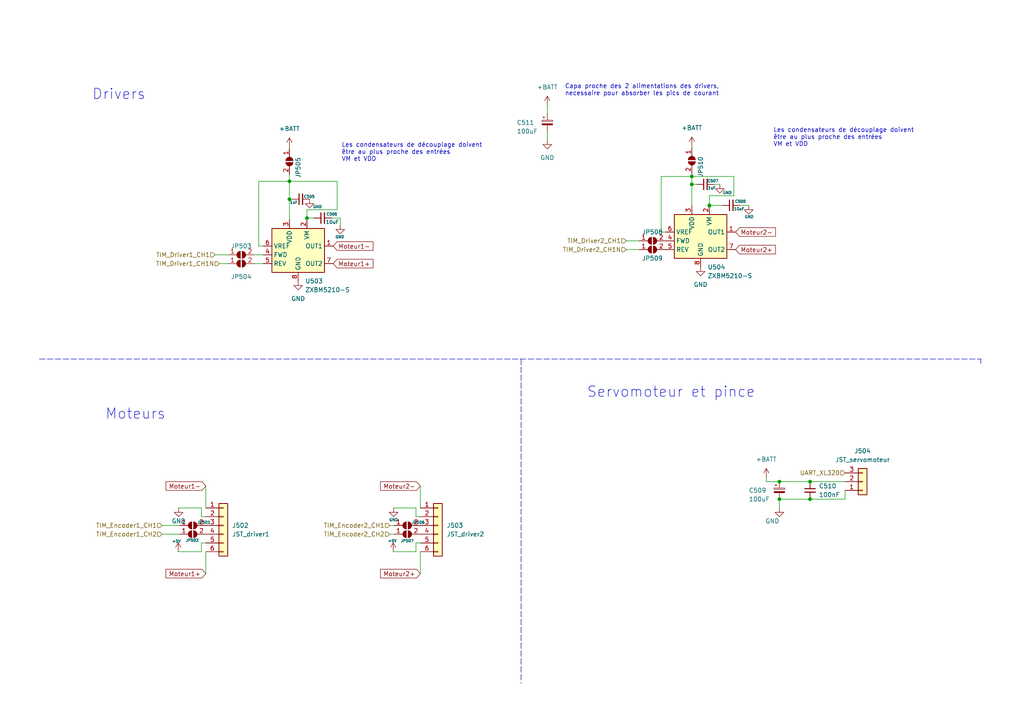
<source format=kicad_sch>
(kicad_sch (version 20211123) (generator eeschema)

  (uuid 612df67b-50d1-4314-aaa8-492795b394eb)

  (paper "A4")

  (title_block
    (title "Schéma projet Robot")
    (date "2022-10-04")
    (rev "Version 1.1")
  )

  (lib_symbols
    (symbol "Connector_Generic:Conn_01x03" (pin_names (offset 1.016) hide) (in_bom yes) (on_board yes)
      (property "Reference" "J" (id 0) (at 0 5.08 0)
        (effects (font (size 1.27 1.27)))
      )
      (property "Value" "Conn_01x03" (id 1) (at 0 -5.08 0)
        (effects (font (size 1.27 1.27)))
      )
      (property "Footprint" "" (id 2) (at 0 0 0)
        (effects (font (size 1.27 1.27)) hide)
      )
      (property "Datasheet" "~" (id 3) (at 0 0 0)
        (effects (font (size 1.27 1.27)) hide)
      )
      (property "ki_keywords" "connector" (id 4) (at 0 0 0)
        (effects (font (size 1.27 1.27)) hide)
      )
      (property "ki_description" "Generic connector, single row, 01x03, script generated (kicad-library-utils/schlib/autogen/connector/)" (id 5) (at 0 0 0)
        (effects (font (size 1.27 1.27)) hide)
      )
      (property "ki_fp_filters" "Connector*:*_1x??_*" (id 6) (at 0 0 0)
        (effects (font (size 1.27 1.27)) hide)
      )
      (symbol "Conn_01x03_1_1"
        (rectangle (start -1.27 -2.413) (end 0 -2.667)
          (stroke (width 0.1524) (type default) (color 0 0 0 0))
          (fill (type none))
        )
        (rectangle (start -1.27 0.127) (end 0 -0.127)
          (stroke (width 0.1524) (type default) (color 0 0 0 0))
          (fill (type none))
        )
        (rectangle (start -1.27 2.667) (end 0 2.413)
          (stroke (width 0.1524) (type default) (color 0 0 0 0))
          (fill (type none))
        )
        (rectangle (start -1.27 3.81) (end 1.27 -3.81)
          (stroke (width 0.254) (type default) (color 0 0 0 0))
          (fill (type background))
        )
        (pin passive line (at -5.08 2.54 0) (length 3.81)
          (name "Pin_1" (effects (font (size 1.27 1.27))))
          (number "1" (effects (font (size 1.27 1.27))))
        )
        (pin passive line (at -5.08 0 0) (length 3.81)
          (name "Pin_2" (effects (font (size 1.27 1.27))))
          (number "2" (effects (font (size 1.27 1.27))))
        )
        (pin passive line (at -5.08 -2.54 0) (length 3.81)
          (name "Pin_3" (effects (font (size 1.27 1.27))))
          (number "3" (effects (font (size 1.27 1.27))))
        )
      )
    )
    (symbol "Connector_Generic:Conn_01x06" (pin_names (offset 1.016) hide) (in_bom yes) (on_board yes)
      (property "Reference" "J" (id 0) (at 0 7.62 0)
        (effects (font (size 1.27 1.27)))
      )
      (property "Value" "Conn_01x06" (id 1) (at 0 -10.16 0)
        (effects (font (size 1.27 1.27)))
      )
      (property "Footprint" "" (id 2) (at 0 0 0)
        (effects (font (size 1.27 1.27)) hide)
      )
      (property "Datasheet" "~" (id 3) (at 0 0 0)
        (effects (font (size 1.27 1.27)) hide)
      )
      (property "ki_keywords" "connector" (id 4) (at 0 0 0)
        (effects (font (size 1.27 1.27)) hide)
      )
      (property "ki_description" "Generic connector, single row, 01x06, script generated (kicad-library-utils/schlib/autogen/connector/)" (id 5) (at 0 0 0)
        (effects (font (size 1.27 1.27)) hide)
      )
      (property "ki_fp_filters" "Connector*:*_1x??_*" (id 6) (at 0 0 0)
        (effects (font (size 1.27 1.27)) hide)
      )
      (symbol "Conn_01x06_1_1"
        (rectangle (start -1.27 -7.493) (end 0 -7.747)
          (stroke (width 0.1524) (type default) (color 0 0 0 0))
          (fill (type none))
        )
        (rectangle (start -1.27 -4.953) (end 0 -5.207)
          (stroke (width 0.1524) (type default) (color 0 0 0 0))
          (fill (type none))
        )
        (rectangle (start -1.27 -2.413) (end 0 -2.667)
          (stroke (width 0.1524) (type default) (color 0 0 0 0))
          (fill (type none))
        )
        (rectangle (start -1.27 0.127) (end 0 -0.127)
          (stroke (width 0.1524) (type default) (color 0 0 0 0))
          (fill (type none))
        )
        (rectangle (start -1.27 2.667) (end 0 2.413)
          (stroke (width 0.1524) (type default) (color 0 0 0 0))
          (fill (type none))
        )
        (rectangle (start -1.27 5.207) (end 0 4.953)
          (stroke (width 0.1524) (type default) (color 0 0 0 0))
          (fill (type none))
        )
        (rectangle (start -1.27 6.35) (end 1.27 -8.89)
          (stroke (width 0.254) (type default) (color 0 0 0 0))
          (fill (type background))
        )
        (pin passive line (at -5.08 5.08 0) (length 3.81)
          (name "Pin_1" (effects (font (size 1.27 1.27))))
          (number "1" (effects (font (size 1.27 1.27))))
        )
        (pin passive line (at -5.08 2.54 0) (length 3.81)
          (name "Pin_2" (effects (font (size 1.27 1.27))))
          (number "2" (effects (font (size 1.27 1.27))))
        )
        (pin passive line (at -5.08 0 0) (length 3.81)
          (name "Pin_3" (effects (font (size 1.27 1.27))))
          (number "3" (effects (font (size 1.27 1.27))))
        )
        (pin passive line (at -5.08 -2.54 0) (length 3.81)
          (name "Pin_4" (effects (font (size 1.27 1.27))))
          (number "4" (effects (font (size 1.27 1.27))))
        )
        (pin passive line (at -5.08 -5.08 0) (length 3.81)
          (name "Pin_5" (effects (font (size 1.27 1.27))))
          (number "5" (effects (font (size 1.27 1.27))))
        )
        (pin passive line (at -5.08 -7.62 0) (length 3.81)
          (name "Pin_6" (effects (font (size 1.27 1.27))))
          (number "6" (effects (font (size 1.27 1.27))))
        )
      )
    )
    (symbol "Device:C_Polarized_Small" (pin_numbers hide) (pin_names (offset 0.254) hide) (in_bom yes) (on_board yes)
      (property "Reference" "C" (id 0) (at 0.254 1.778 0)
        (effects (font (size 1.27 1.27)) (justify left))
      )
      (property "Value" "C_Polarized_Small" (id 1) (at 0.254 -2.032 0)
        (effects (font (size 1.27 1.27)) (justify left))
      )
      (property "Footprint" "" (id 2) (at 0 0 0)
        (effects (font (size 1.27 1.27)) hide)
      )
      (property "Datasheet" "~" (id 3) (at 0 0 0)
        (effects (font (size 1.27 1.27)) hide)
      )
      (property "ki_keywords" "cap capacitor" (id 4) (at 0 0 0)
        (effects (font (size 1.27 1.27)) hide)
      )
      (property "ki_description" "Polarized capacitor, small symbol" (id 5) (at 0 0 0)
        (effects (font (size 1.27 1.27)) hide)
      )
      (property "ki_fp_filters" "CP_*" (id 6) (at 0 0 0)
        (effects (font (size 1.27 1.27)) hide)
      )
      (symbol "C_Polarized_Small_0_1"
        (rectangle (start -1.524 -0.3048) (end 1.524 -0.6858)
          (stroke (width 0) (type default) (color 0 0 0 0))
          (fill (type outline))
        )
        (rectangle (start -1.524 0.6858) (end 1.524 0.3048)
          (stroke (width 0) (type default) (color 0 0 0 0))
          (fill (type none))
        )
        (polyline
          (pts
            (xy -1.27 1.524)
            (xy -0.762 1.524)
          )
          (stroke (width 0) (type default) (color 0 0 0 0))
          (fill (type none))
        )
        (polyline
          (pts
            (xy -1.016 1.27)
            (xy -1.016 1.778)
          )
          (stroke (width 0) (type default) (color 0 0 0 0))
          (fill (type none))
        )
      )
      (symbol "C_Polarized_Small_1_1"
        (pin passive line (at 0 2.54 270) (length 1.8542)
          (name "~" (effects (font (size 1.27 1.27))))
          (number "1" (effects (font (size 1.27 1.27))))
        )
        (pin passive line (at 0 -2.54 90) (length 1.8542)
          (name "~" (effects (font (size 1.27 1.27))))
          (number "2" (effects (font (size 1.27 1.27))))
        )
      )
    )
    (symbol "Device:C_Small" (pin_numbers hide) (pin_names (offset 0.254) hide) (in_bom yes) (on_board yes)
      (property "Reference" "C" (id 0) (at 0.254 1.778 0)
        (effects (font (size 1.27 1.27)) (justify left))
      )
      (property "Value" "C_Small" (id 1) (at 0.254 -2.032 0)
        (effects (font (size 1.27 1.27)) (justify left))
      )
      (property "Footprint" "" (id 2) (at 0 0 0)
        (effects (font (size 1.27 1.27)) hide)
      )
      (property "Datasheet" "~" (id 3) (at 0 0 0)
        (effects (font (size 1.27 1.27)) hide)
      )
      (property "ki_keywords" "capacitor cap" (id 4) (at 0 0 0)
        (effects (font (size 1.27 1.27)) hide)
      )
      (property "ki_description" "Unpolarized capacitor, small symbol" (id 5) (at 0 0 0)
        (effects (font (size 1.27 1.27)) hide)
      )
      (property "ki_fp_filters" "C_*" (id 6) (at 0 0 0)
        (effects (font (size 1.27 1.27)) hide)
      )
      (symbol "C_Small_0_1"
        (polyline
          (pts
            (xy -1.524 -0.508)
            (xy 1.524 -0.508)
          )
          (stroke (width 0.3302) (type default) (color 0 0 0 0))
          (fill (type none))
        )
        (polyline
          (pts
            (xy -1.524 0.508)
            (xy 1.524 0.508)
          )
          (stroke (width 0.3048) (type default) (color 0 0 0 0))
          (fill (type none))
        )
      )
      (symbol "C_Small_1_1"
        (pin passive line (at 0 2.54 270) (length 2.032)
          (name "~" (effects (font (size 1.27 1.27))))
          (number "1" (effects (font (size 1.27 1.27))))
        )
        (pin passive line (at 0 -2.54 90) (length 2.032)
          (name "~" (effects (font (size 1.27 1.27))))
          (number "2" (effects (font (size 1.27 1.27))))
        )
      )
    )
    (symbol "Driver_Motor:ZXBM5210-S" (in_bom yes) (on_board yes)
      (property "Reference" "U" (id 0) (at -7.62 8.89 0)
        (effects (font (size 1.27 1.27)))
      )
      (property "Value" "ZXBM5210-S" (id 1) (at 10.16 8.89 0)
        (effects (font (size 1.27 1.27)))
      )
      (property "Footprint" "Package_SO:SOIC-8_3.9x4.9mm_P1.27mm" (id 2) (at 1.27 -6.35 0)
        (effects (font (size 1.27 1.27)) hide)
      )
      (property "Datasheet" "https://www.diodes.com/assets/Datasheets/ZXBM5210.pdf" (id 3) (at 0 0 0)
        (effects (font (size 1.27 1.27)) hide)
      )
      (property "ki_keywords" "H-bridge, motor driver, PWM, single coil" (id 4) (at 0 0 0)
        (effects (font (size 1.27 1.27)) hide)
      )
      (property "ki_description" "Reversible DC motor drive with speed control, 3-18V, 0.85A, SOIC-8" (id 5) (at 0 0 0)
        (effects (font (size 1.27 1.27)) hide)
      )
      (property "ki_fp_filters" "SOIC*3.9x4.9mm*P1.27mm*" (id 6) (at 0 0 0)
        (effects (font (size 1.27 1.27)) hide)
      )
      (symbol "ZXBM5210-S_0_0"
        (pin output line (at 10.16 2.54 180) (length 2.54)
          (name "OUT1" (effects (font (size 1.27 1.27))))
          (number "1" (effects (font (size 1.27 1.27))))
        )
        (pin power_in line (at 2.54 10.16 270) (length 2.54)
          (name "VM" (effects (font (size 1.27 1.27))))
          (number "2" (effects (font (size 1.27 1.27))))
        )
        (pin power_in line (at -2.54 10.16 270) (length 2.54)
          (name "VDD" (effects (font (size 1.27 1.27))))
          (number "3" (effects (font (size 1.27 1.27))))
        )
        (pin input line (at -10.16 0 0) (length 2.54)
          (name "FWD" (effects (font (size 1.27 1.27))))
          (number "4" (effects (font (size 1.27 1.27))))
        )
        (pin input line (at -10.16 -2.54 0) (length 2.54)
          (name "REV" (effects (font (size 1.27 1.27))))
          (number "5" (effects (font (size 1.27 1.27))))
        )
        (pin input line (at -10.16 2.54 0) (length 2.54)
          (name "VREF" (effects (font (size 1.27 1.27))))
          (number "6" (effects (font (size 1.27 1.27))))
        )
        (pin output line (at 10.16 -2.54 180) (length 2.54)
          (name "OUT2" (effects (font (size 1.27 1.27))))
          (number "7" (effects (font (size 1.27 1.27))))
        )
        (pin power_in line (at 0 -7.62 90) (length 2.54)
          (name "GND" (effects (font (size 1.27 1.27))))
          (number "8" (effects (font (size 1.27 1.27))))
        )
      )
      (symbol "ZXBM5210-S_0_1"
        (rectangle (start -7.62 7.62) (end 7.62 -5.08)
          (stroke (width 0.254) (type default) (color 0 0 0 0))
          (fill (type background))
        )
      )
    )
    (symbol "Jumper:SolderJumper_2_Open" (pin_names (offset 0) hide) (in_bom yes) (on_board yes)
      (property "Reference" "JP" (id 0) (at 0 2.032 0)
        (effects (font (size 1.27 1.27)))
      )
      (property "Value" "SolderJumper_2_Open" (id 1) (at 0 -2.54 0)
        (effects (font (size 1.27 1.27)))
      )
      (property "Footprint" "" (id 2) (at 0 0 0)
        (effects (font (size 1.27 1.27)) hide)
      )
      (property "Datasheet" "~" (id 3) (at 0 0 0)
        (effects (font (size 1.27 1.27)) hide)
      )
      (property "ki_keywords" "solder jumper SPST" (id 4) (at 0 0 0)
        (effects (font (size 1.27 1.27)) hide)
      )
      (property "ki_description" "Solder Jumper, 2-pole, open" (id 5) (at 0 0 0)
        (effects (font (size 1.27 1.27)) hide)
      )
      (property "ki_fp_filters" "SolderJumper*Open*" (id 6) (at 0 0 0)
        (effects (font (size 1.27 1.27)) hide)
      )
      (symbol "SolderJumper_2_Open_0_1"
        (arc (start -0.254 1.016) (mid -1.27 0) (end -0.254 -1.016)
          (stroke (width 0) (type default) (color 0 0 0 0))
          (fill (type none))
        )
        (arc (start -0.254 1.016) (mid -1.27 0) (end -0.254 -1.016)
          (stroke (width 0) (type default) (color 0 0 0 0))
          (fill (type outline))
        )
        (polyline
          (pts
            (xy -0.254 1.016)
            (xy -0.254 -1.016)
          )
          (stroke (width 0) (type default) (color 0 0 0 0))
          (fill (type none))
        )
        (polyline
          (pts
            (xy 0.254 1.016)
            (xy 0.254 -1.016)
          )
          (stroke (width 0) (type default) (color 0 0 0 0))
          (fill (type none))
        )
        (arc (start 0.254 -1.016) (mid 1.27 0) (end 0.254 1.016)
          (stroke (width 0) (type default) (color 0 0 0 0))
          (fill (type none))
        )
        (arc (start 0.254 -1.016) (mid 1.27 0) (end 0.254 1.016)
          (stroke (width 0) (type default) (color 0 0 0 0))
          (fill (type outline))
        )
      )
      (symbol "SolderJumper_2_Open_1_1"
        (pin passive line (at -3.81 0 0) (length 2.54)
          (name "A" (effects (font (size 1.27 1.27))))
          (number "1" (effects (font (size 1.27 1.27))))
        )
        (pin passive line (at 3.81 0 180) (length 2.54)
          (name "B" (effects (font (size 1.27 1.27))))
          (number "2" (effects (font (size 1.27 1.27))))
        )
      )
    )
    (symbol "power:+5V" (power) (pin_names (offset 0)) (in_bom yes) (on_board yes)
      (property "Reference" "#PWR" (id 0) (at 0 -3.81 0)
        (effects (font (size 1.27 1.27)) hide)
      )
      (property "Value" "+5V" (id 1) (at 0 3.556 0)
        (effects (font (size 1.27 1.27)))
      )
      (property "Footprint" "" (id 2) (at 0 0 0)
        (effects (font (size 1.27 1.27)) hide)
      )
      (property "Datasheet" "" (id 3) (at 0 0 0)
        (effects (font (size 1.27 1.27)) hide)
      )
      (property "ki_keywords" "power-flag" (id 4) (at 0 0 0)
        (effects (font (size 1.27 1.27)) hide)
      )
      (property "ki_description" "Power symbol creates a global label with name \"+5V\"" (id 5) (at 0 0 0)
        (effects (font (size 1.27 1.27)) hide)
      )
      (symbol "+5V_0_1"
        (polyline
          (pts
            (xy -0.762 1.27)
            (xy 0 2.54)
          )
          (stroke (width 0) (type default) (color 0 0 0 0))
          (fill (type none))
        )
        (polyline
          (pts
            (xy 0 0)
            (xy 0 2.54)
          )
          (stroke (width 0) (type default) (color 0 0 0 0))
          (fill (type none))
        )
        (polyline
          (pts
            (xy 0 2.54)
            (xy 0.762 1.27)
          )
          (stroke (width 0) (type default) (color 0 0 0 0))
          (fill (type none))
        )
      )
      (symbol "+5V_1_1"
        (pin power_in line (at 0 0 90) (length 0) hide
          (name "+5V" (effects (font (size 1.27 1.27))))
          (number "1" (effects (font (size 1.27 1.27))))
        )
      )
    )
    (symbol "power:+BATT" (power) (pin_names (offset 0)) (in_bom yes) (on_board yes)
      (property "Reference" "#PWR" (id 0) (at 0 -3.81 0)
        (effects (font (size 1.27 1.27)) hide)
      )
      (property "Value" "+BATT" (id 1) (at 0 3.556 0)
        (effects (font (size 1.27 1.27)))
      )
      (property "Footprint" "" (id 2) (at 0 0 0)
        (effects (font (size 1.27 1.27)) hide)
      )
      (property "Datasheet" "" (id 3) (at 0 0 0)
        (effects (font (size 1.27 1.27)) hide)
      )
      (property "ki_keywords" "power-flag battery" (id 4) (at 0 0 0)
        (effects (font (size 1.27 1.27)) hide)
      )
      (property "ki_description" "Power symbol creates a global label with name \"+BATT\"" (id 5) (at 0 0 0)
        (effects (font (size 1.27 1.27)) hide)
      )
      (symbol "+BATT_0_1"
        (polyline
          (pts
            (xy -0.762 1.27)
            (xy 0 2.54)
          )
          (stroke (width 0) (type default) (color 0 0 0 0))
          (fill (type none))
        )
        (polyline
          (pts
            (xy 0 0)
            (xy 0 2.54)
          )
          (stroke (width 0) (type default) (color 0 0 0 0))
          (fill (type none))
        )
        (polyline
          (pts
            (xy 0 2.54)
            (xy 0.762 1.27)
          )
          (stroke (width 0) (type default) (color 0 0 0 0))
          (fill (type none))
        )
      )
      (symbol "+BATT_1_1"
        (pin power_in line (at 0 0 90) (length 0) hide
          (name "+BATT" (effects (font (size 1.27 1.27))))
          (number "1" (effects (font (size 1.27 1.27))))
        )
      )
    )
    (symbol "power:GND" (power) (pin_names (offset 0)) (in_bom yes) (on_board yes)
      (property "Reference" "#PWR" (id 0) (at 0 -6.35 0)
        (effects (font (size 1.27 1.27)) hide)
      )
      (property "Value" "GND" (id 1) (at 0 -3.81 0)
        (effects (font (size 1.27 1.27)))
      )
      (property "Footprint" "" (id 2) (at 0 0 0)
        (effects (font (size 1.27 1.27)) hide)
      )
      (property "Datasheet" "" (id 3) (at 0 0 0)
        (effects (font (size 1.27 1.27)) hide)
      )
      (property "ki_keywords" "power-flag" (id 4) (at 0 0 0)
        (effects (font (size 1.27 1.27)) hide)
      )
      (property "ki_description" "Power symbol creates a global label with name \"GND\" , ground" (id 5) (at 0 0 0)
        (effects (font (size 1.27 1.27)) hide)
      )
      (symbol "GND_0_1"
        (polyline
          (pts
            (xy 0 0)
            (xy 0 -1.27)
            (xy 1.27 -1.27)
            (xy 0 -2.54)
            (xy -1.27 -1.27)
            (xy 0 -1.27)
          )
          (stroke (width 0) (type default) (color 0 0 0 0))
          (fill (type none))
        )
      )
      (symbol "GND_1_1"
        (pin power_in line (at 0 0 270) (length 0) hide
          (name "GND" (effects (font (size 1.27 1.27))))
          (number "1" (effects (font (size 1.27 1.27))))
        )
      )
    )
  )

  (junction (at 83.947 52.578) (diameter 0) (color 0 0 0 0)
    (uuid 085a020d-d30a-4637-a86d-55dafc8bfe1f)
  )
  (junction (at 226.06 139.7) (diameter 0) (color 0 0 0 0)
    (uuid 273e92d0-c4eb-44b5-96cc-16b24046711e)
  )
  (junction (at 89.027 63.246) (diameter 0) (color 0 0 0 0)
    (uuid 3a97aa9a-b2ad-4e8e-9728-b21aeeceaa93)
  )
  (junction (at 234.95 144.78) (diameter 0) (color 0 0 0 0)
    (uuid 407a6555-79c5-4ebe-8127-a7c6b4a0463a)
  )
  (junction (at 83.947 57.785) (diameter 0) (color 0 0 0 0)
    (uuid 4ec77ea1-bfa9-48dd-b4b4-62f0c57f3b41)
  )
  (junction (at 226.06 144.78) (diameter 0) (color 0 0 0 0)
    (uuid 4f79f74c-95b3-4952-8659-ae6aac9989cc)
  )
  (junction (at 205.74 59.563) (diameter 0) (color 0 0 0 0)
    (uuid 6912fb0e-43be-4add-ae9e-df60931d5fdf)
  )
  (junction (at 234.95 139.7) (diameter 0) (color 0 0 0 0)
    (uuid 8df1532c-8dc4-48b6-9204-41455bd6a916)
  )
  (junction (at 200.66 51.181) (diameter 0) (color 0 0 0 0)
    (uuid d361036c-2b03-4491-a353-68bb6309665a)
  )
  (junction (at 205.74 59.69) (diameter 0) (color 0 0 0 0)
    (uuid d769c851-07b3-4c7e-b20b-294a87863801)
  )
  (junction (at 200.66 53.467) (diameter 0) (color 0 0 0 0)
    (uuid d8d03af9-ea71-4cff-bc71-7a4ee9ed76f5)
  )

  (wire (pts (xy 208.788 53.467) (xy 207.137 53.467))
    (stroke (width 0) (type default) (color 0 0 0 0))
    (uuid 03803e01-aec1-493a-962c-ca37d6d3da3f)
  )
  (polyline (pts (xy 151.13 104.14) (xy 151.13 198.12))
    (stroke (width 0) (type default) (color 0 0 0 0))
    (uuid 06046a8f-0ebb-4480-b45d-555128fe2882)
  )

  (wire (pts (xy 62.357 73.914) (xy 66.167 73.914))
    (stroke (width 0) (type default) (color 0 0 0 0))
    (uuid 093ff4ad-c055-4cd4-9e87-9bde6fd3be57)
  )
  (wire (pts (xy 205.74 59.563) (xy 205.74 59.69))
    (stroke (width 0) (type default) (color 0 0 0 0))
    (uuid 0e8e208b-0a39-4b8b-95e3-3769c0bdfa5c)
  )
  (wire (pts (xy 200.66 51.181) (xy 200.66 53.467))
    (stroke (width 0) (type default) (color 0 0 0 0))
    (uuid 10c63643-8526-487c-944d-c61b50eb0e71)
  )
  (wire (pts (xy 75.057 52.578) (xy 83.947 52.578))
    (stroke (width 0) (type default) (color 0 0 0 0))
    (uuid 16c5a799-e4e8-48f3-8177-a66ab49bc022)
  )
  (wire (pts (xy 121.92 140.97) (xy 121.92 147.32))
    (stroke (width 0) (type default) (color 0 0 0 0))
    (uuid 1db82cef-fca0-44ed-bf6b-4a02f56bde64)
  )
  (wire (pts (xy 89.027 63.246) (xy 91.059 63.246))
    (stroke (width 0) (type default) (color 0 0 0 0))
    (uuid 2245bfbb-1e35-4d37-8c41-7e5aeed6e907)
  )
  (wire (pts (xy 58.42 147.32) (xy 51.816 147.32))
    (stroke (width 0) (type default) (color 0 0 0 0))
    (uuid 22924f93-b094-45ce-94ab-522aacba879a)
  )
  (wire (pts (xy 73.787 73.914) (xy 76.327 73.914))
    (stroke (width 0) (type default) (color 0 0 0 0))
    (uuid 2bbf778f-6671-4d5f-ad23-9f5c21f2ae8b)
  )
  (wire (pts (xy 200.66 53.467) (xy 202.057 53.467))
    (stroke (width 0) (type default) (color 0 0 0 0))
    (uuid 366af741-9a4f-4c22-a9df-c27bbe2a5874)
  )
  (wire (pts (xy 46.99 154.94) (xy 52.07 154.94))
    (stroke (width 0) (type default) (color 0 0 0 0))
    (uuid 3a4a8a39-a338-497c-ac9d-1453f0605e74)
  )
  (wire (pts (xy 59.69 149.86) (xy 58.42 149.86))
    (stroke (width 0) (type default) (color 0 0 0 0))
    (uuid 41e29d06-bec5-4928-b489-7201a84daaac)
  )
  (wire (pts (xy 113.03 154.94) (xy 114.3 154.94))
    (stroke (width 0) (type default) (color 0 0 0 0))
    (uuid 42fb15c2-cecd-42ad-ab30-1440883bc93a)
  )
  (wire (pts (xy 58.42 157.48) (xy 58.42 160.02))
    (stroke (width 0) (type default) (color 0 0 0 0))
    (uuid 497b17fe-8265-405c-9625-716232ff286f)
  )
  (wire (pts (xy 205.74 56.769) (xy 212.852 56.769))
    (stroke (width 0) (type default) (color 0 0 0 0))
    (uuid 573ed4c6-7995-427e-80f3-03b44d273159)
  )
  (wire (pts (xy 209.55 59.563) (xy 205.74 59.563))
    (stroke (width 0) (type default) (color 0 0 0 0))
    (uuid 5763b06c-373a-483c-9866-9bcbc2f3e8e6)
  )
  (wire (pts (xy 158.75 30.48) (xy 158.75 33.02))
    (stroke (width 0) (type default) (color 0 0 0 0))
    (uuid 57920812-f9a2-4e4f-aa85-1915cb4c66af)
  )
  (wire (pts (xy 214.63 59.563) (xy 217.17 59.563))
    (stroke (width 0) (type default) (color 0 0 0 0))
    (uuid 5da4fc03-4d82-4733-8244-d886e74cecd2)
  )
  (wire (pts (xy 200.66 53.467) (xy 200.66 59.69))
    (stroke (width 0) (type default) (color 0 0 0 0))
    (uuid 5e589e32-3737-43a2-bd61-b7f902ddd800)
  )
  (wire (pts (xy 96.139 63.246) (xy 98.679 63.246))
    (stroke (width 0) (type default) (color 0 0 0 0))
    (uuid 5ead3d56-8f40-4fc8-a775-6a9cb2718d48)
  )
  (wire (pts (xy 113.03 152.4) (xy 114.3 152.4))
    (stroke (width 0) (type default) (color 0 0 0 0))
    (uuid 5f64196d-03e6-4dc0-ba99-384606b76479)
  )
  (wire (pts (xy 200.66 42.291) (xy 200.66 42.799))
    (stroke (width 0) (type default) (color 0 0 0 0))
    (uuid 5f9e9465-f323-47fe-9dba-e9466b052b84)
  )
  (wire (pts (xy 226.06 144.78) (xy 226.06 147.32))
    (stroke (width 0) (type default) (color 0 0 0 0))
    (uuid 610ec985-1ff5-44a0-a53b-db9ebc109955)
  )
  (wire (pts (xy 63.627 76.454) (xy 66.167 76.454))
    (stroke (width 0) (type default) (color 0 0 0 0))
    (uuid 6936ed20-1f37-4546-9103-cd8396d5c29b)
  )
  (wire (pts (xy 193.04 67.31) (xy 191.77 67.31))
    (stroke (width 0) (type default) (color 0 0 0 0))
    (uuid 6b9bf8c6-e39a-4ba2-bca8-4f76910c4818)
  )
  (wire (pts (xy 200.66 50.419) (xy 200.66 51.181))
    (stroke (width 0) (type default) (color 0 0 0 0))
    (uuid 6c593355-4bea-4fa9-a399-86b2f5ace124)
  )
  (wire (pts (xy 83.947 52.578) (xy 97.79 52.578))
    (stroke (width 0) (type default) (color 0 0 0 0))
    (uuid 70088e3d-6cd9-4df9-b202-3e129cc4fbd2)
  )
  (wire (pts (xy 59.69 157.48) (xy 58.42 157.48))
    (stroke (width 0) (type default) (color 0 0 0 0))
    (uuid 702fb01d-e0d9-47e0-a4a4-1ab0e2c63c0f)
  )
  (wire (pts (xy 83.947 50.673) (xy 83.947 52.578))
    (stroke (width 0) (type default) (color 0 0 0 0))
    (uuid 73d7448a-04f8-408d-8542-0ba1dd3894b9)
  )
  (wire (pts (xy 120.65 157.48) (xy 120.65 160.02))
    (stroke (width 0) (type default) (color 0 0 0 0))
    (uuid 7c07a15e-207b-47a7-86b1-ea543a7f09b4)
  )
  (wire (pts (xy 75.057 71.374) (xy 76.327 71.374))
    (stroke (width 0) (type default) (color 0 0 0 0))
    (uuid 7e1a9b63-0052-4487-bc0d-c4cafe6511ab)
  )
  (wire (pts (xy 59.69 140.97) (xy 59.69 147.32))
    (stroke (width 0) (type default) (color 0 0 0 0))
    (uuid 86791a2f-4059-4644-902c-155c95ec451c)
  )
  (wire (pts (xy 59.69 166.37) (xy 59.69 160.02))
    (stroke (width 0) (type default) (color 0 0 0 0))
    (uuid 94f90b04-a455-47b5-9a74-67277e18d43f)
  )
  (polyline (pts (xy 11.43 104.14) (xy 284.48 104.14))
    (stroke (width 0) (type default) (color 0 0 0 0))
    (uuid 9807fd25-73f4-4e3f-b288-279ccda35425)
  )

  (wire (pts (xy 222.25 138.43) (xy 222.25 139.7))
    (stroke (width 0) (type default) (color 0 0 0 0))
    (uuid 98ef5db7-8136-4d4a-a7d6-4cd59c72cfb3)
  )
  (wire (pts (xy 212.852 56.769) (xy 212.852 51.181))
    (stroke (width 0) (type default) (color 0 0 0 0))
    (uuid 997a8e51-83ac-4485-ad6a-71968c5fc0d4)
  )
  (wire (pts (xy 205.74 56.769) (xy 205.74 59.563))
    (stroke (width 0) (type default) (color 0 0 0 0))
    (uuid 9b0eff7f-c435-4327-8399-bf8bf40c88b7)
  )
  (wire (pts (xy 83.947 52.578) (xy 83.947 57.785))
    (stroke (width 0) (type default) (color 0 0 0 0))
    (uuid 9d1161e8-9681-4efd-8e00-8d6f41b7ff6c)
  )
  (wire (pts (xy 158.75 38.1) (xy 158.75 40.64))
    (stroke (width 0) (type default) (color 0 0 0 0))
    (uuid 9d87b03f-10ed-4d99-9abf-a3e3bcce55df)
  )
  (wire (pts (xy 191.77 51.181) (xy 200.66 51.181))
    (stroke (width 0) (type default) (color 0 0 0 0))
    (uuid 9e680e2e-63ae-4eb4-a168-8ea503f7ee07)
  )
  (wire (pts (xy 226.06 139.7) (xy 234.95 139.7))
    (stroke (width 0) (type default) (color 0 0 0 0))
    (uuid a09a8f28-fe07-4fd7-8a21-06a581ade9ea)
  )
  (wire (pts (xy 120.65 149.86) (xy 120.65 147.32))
    (stroke (width 0) (type default) (color 0 0 0 0))
    (uuid a1bdd1e6-b94c-4251-972f-0d30279246c9)
  )
  (wire (pts (xy 181.61 69.85) (xy 185.42 69.85))
    (stroke (width 0) (type default) (color 0 0 0 0))
    (uuid a32f1ec3-391a-4269-91e2-9e917a7b6e1e)
  )
  (wire (pts (xy 245.11 144.78) (xy 234.95 144.78))
    (stroke (width 0) (type default) (color 0 0 0 0))
    (uuid a4abc68c-1cb2-4d44-9ed3-665648a7e2fa)
  )
  (wire (pts (xy 75.057 71.374) (xy 75.057 52.578))
    (stroke (width 0) (type default) (color 0 0 0 0))
    (uuid ab10a0bd-8499-4f02-8508-57af8171a320)
  )
  (wire (pts (xy 222.25 139.7) (xy 226.06 139.7))
    (stroke (width 0) (type default) (color 0 0 0 0))
    (uuid ab830617-0f24-4aa7-a746-a0e3884b1372)
  )
  (wire (pts (xy 46.99 152.4) (xy 52.07 152.4))
    (stroke (width 0) (type default) (color 0 0 0 0))
    (uuid ad84f969-85df-4176-9332-f24fe2930084)
  )
  (polyline (pts (xy 284.48 104.14) (xy 284.48 105.41))
    (stroke (width 0) (type default) (color 0 0 0 0))
    (uuid aea2bd89-9b1b-459a-9be7-3bd19c6db62b)
  )

  (wire (pts (xy 89.027 63.246) (xy 89.027 63.754))
    (stroke (width 0) (type default) (color 0 0 0 0))
    (uuid aea44d2d-0d40-47ae-be4c-c0eb03c16411)
  )
  (wire (pts (xy 97.79 52.578) (xy 97.79 60.833))
    (stroke (width 0) (type default) (color 0 0 0 0))
    (uuid b31cfc60-fea1-454c-9fad-3cb019b0a75b)
  )
  (wire (pts (xy 181.61 72.39) (xy 185.42 72.39))
    (stroke (width 0) (type default) (color 0 0 0 0))
    (uuid b3e908ca-efc1-4a09-ae09-19cdf33866fd)
  )
  (wire (pts (xy 114.046 160.02) (xy 120.65 160.02))
    (stroke (width 0) (type default) (color 0 0 0 0))
    (uuid b4dd5578-52c4-4b4f-87d6-bb596e99f79a)
  )
  (wire (pts (xy 234.95 144.78) (xy 226.06 144.78))
    (stroke (width 0) (type default) (color 0 0 0 0))
    (uuid b8adfeea-e62a-452a-b0ca-7f6c692e3384)
  )
  (wire (pts (xy 83.947 57.785) (xy 83.947 63.754))
    (stroke (width 0) (type default) (color 0 0 0 0))
    (uuid bb7817f3-1d7f-4229-9621-07f872a1efff)
  )
  (wire (pts (xy 121.92 166.37) (xy 121.92 160.02))
    (stroke (width 0) (type default) (color 0 0 0 0))
    (uuid bfedb1ac-cc2f-48c5-8525-d17775641e9d)
  )
  (wire (pts (xy 97.79 60.833) (xy 89.027 60.833))
    (stroke (width 0) (type default) (color 0 0 0 0))
    (uuid d3f757e9-658b-49de-b0fa-4c6eeaccc235)
  )
  (wire (pts (xy 58.42 149.86) (xy 58.42 147.32))
    (stroke (width 0) (type default) (color 0 0 0 0))
    (uuid d4afe85a-bd57-4387-bd43-da1cc8dd43b4)
  )
  (wire (pts (xy 121.92 157.48) (xy 120.65 157.48))
    (stroke (width 0) (type default) (color 0 0 0 0))
    (uuid d7ff3f38-d260-451b-86d0-5c6169ae63df)
  )
  (wire (pts (xy 73.787 76.454) (xy 76.327 76.454))
    (stroke (width 0) (type default) (color 0 0 0 0))
    (uuid d9b944d9-2dc6-47c6-9880-08c058ed3870)
  )
  (wire (pts (xy 121.92 149.86) (xy 120.65 149.86))
    (stroke (width 0) (type default) (color 0 0 0 0))
    (uuid ddb89bcc-6d23-4005-8120-75fd11a9834c)
  )
  (wire (pts (xy 83.947 57.785) (xy 84.709 57.785))
    (stroke (width 0) (type default) (color 0 0 0 0))
    (uuid e4684333-183a-44f4-97a1-4092c82d81ec)
  )
  (wire (pts (xy 83.947 42.545) (xy 83.947 43.053))
    (stroke (width 0) (type default) (color 0 0 0 0))
    (uuid e551233d-d4fd-4053-90c5-f9cdeaba898a)
  )
  (wire (pts (xy 191.77 51.181) (xy 191.77 67.31))
    (stroke (width 0) (type default) (color 0 0 0 0))
    (uuid e66ec60a-ee2b-435d-b917-6f6006151430)
  )
  (wire (pts (xy 98.679 63.246) (xy 98.679 65.278))
    (stroke (width 0) (type default) (color 0 0 0 0))
    (uuid e8c47eca-7a4e-414a-aa05-98aa32f24f75)
  )
  (wire (pts (xy 245.11 144.78) (xy 245.11 142.24))
    (stroke (width 0) (type default) (color 0 0 0 0))
    (uuid e8ee94b3-af9a-4b62-b4f2-9c9e152a120b)
  )
  (wire (pts (xy 51.689 160.02) (xy 58.42 160.02))
    (stroke (width 0) (type default) (color 0 0 0 0))
    (uuid f84d83f4-a969-4849-85cd-59e15e920259)
  )
  (wire (pts (xy 234.95 139.7) (xy 245.11 139.7))
    (stroke (width 0) (type default) (color 0 0 0 0))
    (uuid f86ad3b0-3cf0-44e1-a434-e650c5b3c196)
  )
  (wire (pts (xy 89.027 60.833) (xy 89.027 63.246))
    (stroke (width 0) (type default) (color 0 0 0 0))
    (uuid f89d3abb-88a1-46ee-9615-ac44cf2465ab)
  )
  (wire (pts (xy 120.65 147.32) (xy 114.173 147.32))
    (stroke (width 0) (type default) (color 0 0 0 0))
    (uuid f9f7819b-df03-4525-87a2-d3fd657bf88c)
  )
  (wire (pts (xy 212.852 51.181) (xy 200.66 51.181))
    (stroke (width 0) (type default) (color 0 0 0 0))
    (uuid ffea37a9-97f0-49bd-9b17-96c8d00ea3f6)
  )

  (text "Les condensateurs de découplage doivent\nêtre au plus proche des entrées\nVM et VDD"
    (at 224.282 42.672 0)
    (effects (font (size 1.27 1.27)) (justify left bottom))
    (uuid 1a5ba540-55bb-431e-9808-2cfaff93cff1)
  )
  (text "Servomoteur et pince\n" (at 170.18 115.57 0)
    (effects (font (size 3 3)) (justify left bottom))
    (uuid 438b5809-e5be-487a-a26a-e6be75d7a9a5)
  )
  (text "Drivers\n" (at 26.67 29.21 0)
    (effects (font (size 3 3)) (justify left bottom))
    (uuid 6272068b-633b-42b7-a368-b6c11d5285cb)
  )
  (text "Les condensateurs de découplage doivent\nêtre au plus proche des entrées\nVM et VDD"
    (at 99.06 46.99 0)
    (effects (font (size 1.27 1.27)) (justify left bottom))
    (uuid 99e20bbf-3403-461b-b15d-f16c23c2655c)
  )
  (text "Moteurs\n" (at 30.48 121.92 0)
    (effects (font (size 3 3)) (justify left bottom))
    (uuid be278ac2-c58a-495c-8061-92971184c350)
  )
  (text "Capa proche des 2 alimentations des drivers, \nnecessaire pour absorber les pics de courant"
    (at 163.83 27.94 0)
    (effects (font (size 1.27 1.27)) (justify left bottom))
    (uuid fa02ef4f-5253-4dca-8a60-3a4ad32e5c1b)
  )

  (global_label "Moteur2+" (shape input) (at 213.36 72.39 0) (fields_autoplaced)
    (effects (font (size 1.27 1.27)) (justify left))
    (uuid 0579457f-1684-4051-b88e-ae09e62fd7ad)
    (property "Intersheet References" "${INTERSHEET_REFS}" (id 0) (at 224.905 72.3106 0)
      (effects (font (size 1.27 1.27)) (justify left) hide)
    )
  )
  (global_label "Moteur2-" (shape input) (at 213.36 67.31 0) (fields_autoplaced)
    (effects (font (size 1.27 1.27)) (justify left))
    (uuid 237468a4-c285-493d-b7f4-0d33eb9b1a61)
    (property "Intersheet References" "${INTERSHEET_REFS}" (id 0) (at 224.905 67.2306 0)
      (effects (font (size 1.27 1.27)) (justify left) hide)
    )
  )
  (global_label "Moteur2-" (shape input) (at 121.92 140.97 180) (fields_autoplaced)
    (effects (font (size 1.27 1.27)) (justify right))
    (uuid 3bf729a6-fe09-403b-8834-d4a8358f3c27)
    (property "Intersheet References" "${INTERSHEET_REFS}" (id 0) (at 110.375 141.0494 0)
      (effects (font (size 1.27 1.27)) (justify right) hide)
    )
  )
  (global_label "Moteur1+" (shape input) (at 59.69 166.37 180) (fields_autoplaced)
    (effects (font (size 1.27 1.27)) (justify right))
    (uuid 56eae6e8-95a0-4ec3-a818-9708adff76c2)
    (property "Intersheet References" "${INTERSHEET_REFS}" (id 0) (at 48.145 166.4494 0)
      (effects (font (size 1.27 1.27)) (justify right) hide)
    )
  )
  (global_label "Moteur1+" (shape input) (at 96.647 76.454 0) (fields_autoplaced)
    (effects (font (size 1.27 1.27)) (justify left))
    (uuid 70f5c392-0b6e-4a9e-bd8c-283790bf5b34)
    (property "Intersheet References" "${INTERSHEET_REFS}" (id 0) (at 108.192 76.3746 0)
      (effects (font (size 1.27 1.27)) (justify left) hide)
    )
  )
  (global_label "Moteur1-" (shape input) (at 59.69 140.97 180) (fields_autoplaced)
    (effects (font (size 1.27 1.27)) (justify right))
    (uuid 843cb24d-348d-48b3-9e9e-9114e5197db4)
    (property "Intersheet References" "${INTERSHEET_REFS}" (id 0) (at 48.145 141.0494 0)
      (effects (font (size 1.27 1.27)) (justify right) hide)
    )
  )
  (global_label "Moteur2+" (shape input) (at 121.92 166.37 180) (fields_autoplaced)
    (effects (font (size 1.27 1.27)) (justify right))
    (uuid 9d7e2c43-92b3-45bf-ac1d-4fe561b618d6)
    (property "Intersheet References" "${INTERSHEET_REFS}" (id 0) (at 110.375 166.4494 0)
      (effects (font (size 1.27 1.27)) (justify right) hide)
    )
  )
  (global_label "Moteur1-" (shape input) (at 96.647 71.374 0) (fields_autoplaced)
    (effects (font (size 1.27 1.27)) (justify left))
    (uuid e154b7bb-3612-4bab-bb7d-b4ca53bb1432)
    (property "Intersheet References" "${INTERSHEET_REFS}" (id 0) (at 108.192 71.2946 0)
      (effects (font (size 1.27 1.27)) (justify left) hide)
    )
  )

  (hierarchical_label "TIM_Driver2_CH1N" (shape input) (at 181.61 72.39 180)
    (effects (font (size 1.27 1.27)) (justify right))
    (uuid 5f8ca28f-8cb6-4fce-b0f0-7d3e48cc398c)
  )
  (hierarchical_label "TIM_Driver2_CH1" (shape input) (at 181.61 69.85 180)
    (effects (font (size 1.27 1.27)) (justify right))
    (uuid 65545b3d-e314-4b99-9a32-91dc89f025b0)
  )
  (hierarchical_label "TIM_Encoder2_CH1" (shape input) (at 113.03 152.4 180)
    (effects (font (size 1.27 1.27)) (justify right))
    (uuid 7a02e9b2-c0d2-4d8e-bc72-68597035c6b6)
  )
  (hierarchical_label "TIM_Driver1_CH1" (shape input) (at 62.357 73.914 180)
    (effects (font (size 1.27 1.27)) (justify right))
    (uuid 9b28398b-dde0-44c4-b891-0c2d5997409d)
  )
  (hierarchical_label "UART_XL320" (shape input) (at 245.11 137.16 180)
    (effects (font (size 1.27 1.27)) (justify right))
    (uuid a28950ee-cec9-49e5-8ca8-5894cc3efbef)
  )
  (hierarchical_label "TIM_Encoder1_CH2" (shape input) (at 46.99 154.94 180)
    (effects (font (size 1.27 1.27)) (justify right))
    (uuid ae20e2e7-c221-4e9e-856d-7fe023fc49cc)
  )
  (hierarchical_label "TIM_Encoder1_CH1" (shape input) (at 46.99 152.4 180)
    (effects (font (size 1.27 1.27)) (justify right))
    (uuid afa2227c-f832-4f64-bfa5-f088213291c0)
  )
  (hierarchical_label "TIM_Driver1_CH1N" (shape input) (at 63.627 76.454 180)
    (effects (font (size 1.27 1.27)) (justify right))
    (uuid b4232450-9f95-4f35-aab7-5941941147e7)
  )
  (hierarchical_label "TIM_Encoder2_CH2" (shape input) (at 113.03 154.94 180)
    (effects (font (size 1.27 1.27)) (justify right))
    (uuid f5fe9c84-5ece-4be4-b407-fd66bce938f0)
  )

  (symbol (lib_id "power:+BATT") (at 158.75 30.48 0) (unit 1)
    (in_bom yes) (on_board yes) (fields_autoplaced)
    (uuid 094d5afc-38d5-4bab-8967-ae8a25892967)
    (property "Reference" "#PWR0515" (id 0) (at 158.75 34.29 0)
      (effects (font (size 1.27 1.27)) hide)
    )
    (property "Value" "+BATT" (id 1) (at 158.75 25.273 0))
    (property "Footprint" "" (id 2) (at 158.75 30.48 0)
      (effects (font (size 1.27 1.27)) hide)
    )
    (property "Datasheet" "" (id 3) (at 158.75 30.48 0)
      (effects (font (size 1.27 1.27)) hide)
    )
    (pin "1" (uuid bbd7edba-8a45-4832-89e4-c80ef4cce430))
  )

  (symbol (lib_id "power:+BATT") (at 222.25 138.43 0) (unit 1)
    (in_bom yes) (on_board yes) (fields_autoplaced)
    (uuid 1fc62ed9-906e-48d0-84d3-bf2cddbf3984)
    (property "Reference" "#PWR0513" (id 0) (at 222.25 142.24 0)
      (effects (font (size 1.27 1.27)) hide)
    )
    (property "Value" "+BATT" (id 1) (at 222.25 133.223 0))
    (property "Footprint" "" (id 2) (at 222.25 138.43 0)
      (effects (font (size 1.27 1.27)) hide)
    )
    (property "Datasheet" "" (id 3) (at 222.25 138.43 0)
      (effects (font (size 1.27 1.27)) hide)
    )
    (pin "1" (uuid ed295421-f4be-4d1a-9ad5-8e58923b781b))
  )

  (symbol (lib_id "Jumper:SolderJumper_2_Open") (at 69.977 73.914 0) (unit 1)
    (in_bom yes) (on_board yes)
    (uuid 272b8817-b600-4490-a471-9b4a70a96104)
    (property "Reference" "JP503" (id 0) (at 69.977 71.374 0))
    (property "Value" "SolderJumper_2_Open" (id 1) (at 69.977 77.724 0)
      (effects (font (size 1.27 1.27)) hide)
    )
    (property "Footprint" "Jumper:SolderJumper-2_P1.3mm_Open_TrianglePad1.0x1.5mm" (id 2) (at 69.977 73.914 0)
      (effects (font (size 1.27 1.27)) hide)
    )
    (property "Datasheet" "~" (id 3) (at 69.977 73.914 0)
      (effects (font (size 1.27 1.27)) hide)
    )
    (pin "1" (uuid 35af6f35-5c96-4424-beaf-454c6fa98e14))
    (pin "2" (uuid 66211c95-693d-4292-b140-8a1ba32008da))
  )

  (symbol (lib_id "Jumper:SolderJumper_2_Open") (at 55.88 154.94 0) (unit 1)
    (in_bom yes) (on_board yes)
    (uuid 300f2f55-8df4-405e-9032-9a4ffb7a3041)
    (property "Reference" "JP502" (id 0) (at 55.753 156.718 0)
      (effects (font (size 0.8 0.8)))
    )
    (property "Value" "SolderJumper_2_Open" (id 1) (at 55.88 158.75 0)
      (effects (font (size 1.27 1.27)) hide)
    )
    (property "Footprint" "Jumper:SolderJumper-2_P1.3mm_Open_TrianglePad1.0x1.5mm" (id 2) (at 55.88 154.94 0)
      (effects (font (size 1.27 1.27)) hide)
    )
    (property "Datasheet" "~" (id 3) (at 55.88 154.94 0)
      (effects (font (size 1.27 1.27)) hide)
    )
    (pin "1" (uuid 3fe63ce9-9c98-4b56-999e-5566be5771c6))
    (pin "2" (uuid f053b1cd-1eb9-4388-a31d-1061ce12aed1))
  )

  (symbol (lib_id "Jumper:SolderJumper_2_Open") (at 69.977 76.454 0) (unit 1)
    (in_bom yes) (on_board yes)
    (uuid 32ac58a1-cb33-4f16-847a-ab44b35a5b77)
    (property "Reference" "JP504" (id 0) (at 69.977 80.264 0))
    (property "Value" "SolderJumper_2_Open" (id 1) (at 69.977 80.264 0)
      (effects (font (size 1.27 1.27)) hide)
    )
    (property "Footprint" "Jumper:SolderJumper-2_P1.3mm_Open_TrianglePad1.0x1.5mm" (id 2) (at 69.977 76.454 0)
      (effects (font (size 1.27 1.27)) hide)
    )
    (property "Datasheet" "~" (id 3) (at 69.977 76.454 0)
      (effects (font (size 1.27 1.27)) hide)
    )
    (pin "1" (uuid 43f0ad7b-fd29-4434-9753-90982427625a))
    (pin "2" (uuid 4ff6626f-bfd9-4dfb-8327-92763d7da103))
  )

  (symbol (lib_id "power:GND") (at 208.788 53.467 0) (unit 1)
    (in_bom yes) (on_board yes)
    (uuid 3ab6763c-4039-48a3-b528-66a3a0c5e73c)
    (property "Reference" "#PWR0511" (id 0) (at 208.788 59.817 0)
      (effects (font (size 1.27 1.27)) hide)
    )
    (property "Value" "GND" (id 1) (at 210.947 55.88 0)
      (effects (font (size 0.8 0.8)))
    )
    (property "Footprint" "" (id 2) (at 208.788 53.467 0)
      (effects (font (size 1.27 1.27)) hide)
    )
    (property "Datasheet" "" (id 3) (at 208.788 53.467 0)
      (effects (font (size 1.27 1.27)) hide)
    )
    (pin "1" (uuid 8849c1c9-6aa2-47fe-8a98-b1eb92676582))
  )

  (symbol (lib_id "power:GND") (at 89.789 57.785 0) (unit 1)
    (in_bom yes) (on_board yes)
    (uuid 3d7a3687-f448-4cc7-90ff-c879f4b7a5a8)
    (property "Reference" "#PWR0505" (id 0) (at 89.789 64.135 0)
      (effects (font (size 1.27 1.27)) hide)
    )
    (property "Value" "GND" (id 1) (at 92.075 59.944 0)
      (effects (font (size 0.8 0.8)))
    )
    (property "Footprint" "" (id 2) (at 89.789 57.785 0)
      (effects (font (size 1.27 1.27)) hide)
    )
    (property "Datasheet" "" (id 3) (at 89.789 57.785 0)
      (effects (font (size 1.27 1.27)) hide)
    )
    (pin "1" (uuid 4177def5-a9c5-4c7e-a7a7-221f1f676158))
  )

  (symbol (lib_id "Connector_Generic:Conn_01x03") (at 250.19 139.7 0) (mirror x) (unit 1)
    (in_bom yes) (on_board yes) (fields_autoplaced)
    (uuid 45e799cd-86cd-4e9c-8c3a-f10a4a7a3c06)
    (property "Reference" "J504" (id 0) (at 250.19 130.81 0))
    (property "Value" "JST_servomoteur" (id 1) (at 250.19 133.35 0))
    (property "Footprint" "Connector_JST:JST_XH_B3B-XH-A_1x03_P2.50mm_Vertical" (id 2) (at 250.19 139.7 0)
      (effects (font (size 1.27 1.27)) hide)
    )
    (property "Datasheet" "~" (id 3) (at 250.19 139.7 0)
      (effects (font (size 1.27 1.27)) hide)
    )
    (pin "1" (uuid 5ad10082-7139-4e96-9277-6bed71cd46be))
    (pin "2" (uuid c7d29ba2-e527-421e-815a-3458b9483b20))
    (pin "3" (uuid b2b37c19-733d-4702-8ff5-e656a2b4d90a))
  )

  (symbol (lib_id "power:+BATT") (at 83.947 42.545 0) (unit 1)
    (in_bom yes) (on_board yes) (fields_autoplaced)
    (uuid 47121f70-4766-4e02-8a77-af1c0c205565)
    (property "Reference" "#PWR0503" (id 0) (at 83.947 46.355 0)
      (effects (font (size 1.27 1.27)) hide)
    )
    (property "Value" "+BATT" (id 1) (at 83.947 37.338 0))
    (property "Footprint" "" (id 2) (at 83.947 42.545 0)
      (effects (font (size 1.27 1.27)) hide)
    )
    (property "Datasheet" "" (id 3) (at 83.947 42.545 0)
      (effects (font (size 1.27 1.27)) hide)
    )
    (pin "1" (uuid deff4855-a5f7-43c9-8bca-eb68ab3f10db))
  )

  (symbol (lib_id "Jumper:SolderJumper_2_Open") (at 118.11 152.4 0) (unit 1)
    (in_bom yes) (on_board yes)
    (uuid 48b0bd8d-03a9-4f80-9a5e-4beac8537d81)
    (property "Reference" "JP506" (id 0) (at 121.285 151.511 0)
      (effects (font (size 0.8 0.8)))
    )
    (property "Value" "SolderJumper_2_Open" (id 1) (at 118.11 156.21 0)
      (effects (font (size 1.27 1.27)) hide)
    )
    (property "Footprint" "Jumper:SolderJumper-2_P1.3mm_Open_TrianglePad1.0x1.5mm" (id 2) (at 118.11 152.4 0)
      (effects (font (size 1.27 1.27)) hide)
    )
    (property "Datasheet" "~" (id 3) (at 118.11 152.4 0)
      (effects (font (size 1.27 1.27)) hide)
    )
    (pin "1" (uuid c805b783-a36e-4488-8fd2-9c9794b62526))
    (pin "2" (uuid 4ada521d-e6d4-4835-a5a9-acc716e47473))
  )

  (symbol (lib_id "Device:C_Small") (at 204.597 53.467 90) (unit 1)
    (in_bom yes) (on_board yes)
    (uuid 50ac2287-9b65-4bca-b27d-2e01c9531fb7)
    (property "Reference" "C507" (id 0) (at 208.407 52.451 90)
      (effects (font (size 0.8 0.8)) (justify left))
    )
    (property "Value" "1uF" (id 1) (at 207.645 54.483 90)
      (effects (font (size 0.8 0.8)) (justify left))
    )
    (property "Footprint" "Capacitor_SMD:C_0603_1608Metric_Pad1.08x0.95mm_HandSolder" (id 2) (at 204.597 53.467 0)
      (effects (font (size 1.27 1.27)) hide)
    )
    (property "Datasheet" "~" (id 3) (at 204.597 53.467 0)
      (effects (font (size 1.27 1.27)) hide)
    )
    (pin "1" (uuid ba7cf1e6-40e4-4653-9dd8-4602dbeb379c))
    (pin "2" (uuid 7297711c-f9cc-424d-8105-e35c75efdb27))
  )

  (symbol (lib_id "power:GND") (at 51.816 147.32 0) (unit 1)
    (in_bom yes) (on_board yes)
    (uuid 51872e88-c8da-40fa-8d96-1916c2208949)
    (property "Reference" "#PWR0502" (id 0) (at 51.816 153.67 0)
      (effects (font (size 1.27 1.27)) hide)
    )
    (property "Value" "GND" (id 1) (at 51.816 151.13 0))
    (property "Footprint" "" (id 2) (at 51.816 147.32 0)
      (effects (font (size 1.27 1.27)) hide)
    )
    (property "Datasheet" "" (id 3) (at 51.816 147.32 0)
      (effects (font (size 1.27 1.27)) hide)
    )
    (pin "1" (uuid 9501ab78-b828-4c4a-987c-1355b0957147))
  )

  (symbol (lib_id "Device:C_Polarized_Small") (at 226.06 142.24 0) (unit 1)
    (in_bom yes) (on_board yes)
    (uuid 531ee07d-e3ef-4522-8b75-b26aa7698e77)
    (property "Reference" "C509" (id 0) (at 217.17 142.24 0)
      (effects (font (size 1.27 1.27)) (justify left))
    )
    (property "Value" "100uF" (id 1) (at 217.17 144.78 0)
      (effects (font (size 1.27 1.27)) (justify left))
    )
    (property "Footprint" "Capacitor_THT:CP_Radial_D6.3mm_P2.50mm" (id 2) (at 226.06 142.24 0)
      (effects (font (size 1.27 1.27)) hide)
    )
    (property "Datasheet" "~" (id 3) (at 226.06 142.24 0)
      (effects (font (size 1.27 1.27)) hide)
    )
    (pin "1" (uuid a0f6d295-1a6d-41bf-8e2c-a25daa0d526f))
    (pin "2" (uuid 5aa4aca6-299e-471e-bb07-ef0a9c782bcc))
  )

  (symbol (lib_id "Jumper:SolderJumper_2_Open") (at 189.23 69.85 0) (unit 1)
    (in_bom yes) (on_board yes)
    (uuid 54e10b1d-b898-416b-9fff-ad86c32b3ea2)
    (property "Reference" "JP508" (id 0) (at 189.23 67.31 0))
    (property "Value" "SolderJumper_2_Open" (id 1) (at 189.23 73.66 0)
      (effects (font (size 1.27 1.27)) hide)
    )
    (property "Footprint" "Jumper:SolderJumper-2_P1.3mm_Open_TrianglePad1.0x1.5mm" (id 2) (at 189.23 69.85 0)
      (effects (font (size 1.27 1.27)) hide)
    )
    (property "Datasheet" "~" (id 3) (at 189.23 69.85 0)
      (effects (font (size 1.27 1.27)) hide)
    )
    (pin "1" (uuid 26567535-f716-4eb6-9b6b-7d56f6124c76))
    (pin "2" (uuid 96c0d67b-3f94-4a9a-bc9f-fc1ce7687daf))
  )

  (symbol (lib_id "power:+BATT") (at 200.66 42.291 0) (unit 1)
    (in_bom yes) (on_board yes) (fields_autoplaced)
    (uuid 57e14098-a243-49af-85d5-20edf289fa35)
    (property "Reference" "#PWR0509" (id 0) (at 200.66 46.101 0)
      (effects (font (size 1.27 1.27)) hide)
    )
    (property "Value" "+BATT" (id 1) (at 200.66 37.084 0))
    (property "Footprint" "" (id 2) (at 200.66 42.291 0)
      (effects (font (size 1.27 1.27)) hide)
    )
    (property "Datasheet" "" (id 3) (at 200.66 42.291 0)
      (effects (font (size 1.27 1.27)) hide)
    )
    (pin "1" (uuid 13e8a622-fc31-45de-82ed-159694830610))
  )

  (symbol (lib_id "power:+5V") (at 51.689 160.02 0) (unit 1)
    (in_bom yes) (on_board yes)
    (uuid 5c829397-e01d-4315-be59-3e5720127f22)
    (property "Reference" "#PWR0501" (id 0) (at 51.689 163.83 0)
      (effects (font (size 1.27 1.27)) hide)
    )
    (property "Value" "+5V" (id 1) (at 51.181 156.972 0)
      (effects (font (size 0.8 0.8)))
    )
    (property "Footprint" "" (id 2) (at 51.689 160.02 0)
      (effects (font (size 1.27 1.27)) hide)
    )
    (property "Datasheet" "" (id 3) (at 51.689 160.02 0)
      (effects (font (size 1.27 1.27)) hide)
    )
    (pin "1" (uuid 43043d47-6b81-4579-b845-1fe19ce038df))
  )

  (symbol (lib_id "Driver_Motor:ZXBM5210-S") (at 86.487 73.914 0) (unit 1)
    (in_bom yes) (on_board yes) (fields_autoplaced)
    (uuid 64b34697-ca11-49b7-97f6-8533ccf58c0f)
    (property "Reference" "U503" (id 0) (at 88.5064 81.534 0)
      (effects (font (size 1.27 1.27)) (justify left))
    )
    (property "Value" "ZXBM5210-S" (id 1) (at 88.5064 84.074 0)
      (effects (font (size 1.27 1.27)) (justify left))
    )
    (property "Footprint" "Package_SO:SOIC-8_3.9x4.9mm_P1.27mm" (id 2) (at 87.757 80.264 0)
      (effects (font (size 1.27 1.27)) hide)
    )
    (property "Datasheet" "https://www.diodes.com/assets/Datasheets/ZXBM5210.pdf" (id 3) (at 86.487 73.914 0)
      (effects (font (size 1.27 1.27)) hide)
    )
    (pin "1" (uuid f1dff76e-9f21-4eb2-a1d5-7657c619b610))
    (pin "2" (uuid 8d04b6e4-fb91-4091-a1b1-bcf1dca21fb8))
    (pin "3" (uuid 52aade67-c2f3-4b37-82e5-ff2ec9bafba2))
    (pin "4" (uuid 9713070c-98d9-4a59-b9cc-a7c8b709491f))
    (pin "5" (uuid 11ebb9f3-eede-4953-a364-75cf2e85367b))
    (pin "6" (uuid d43bb884-071d-456d-aaf5-57c89b0fee4d))
    (pin "7" (uuid d03fc871-afa7-4a81-8b60-9d1766db8df9))
    (pin "8" (uuid 31856618-ebd9-40ce-bf6d-3de36546fac7))
  )

  (symbol (lib_id "Device:C_Small") (at 93.599 63.246 90) (unit 1)
    (in_bom yes) (on_board yes)
    (uuid 65f40150-4679-42c2-9308-ba73945fd6b8)
    (property "Reference" "C506" (id 0) (at 96.266 62.103 90)
      (effects (font (size 0.8 0.8)))
    )
    (property "Value" "10uF" (id 1) (at 96.393 64.389 90)
      (effects (font (size 1 1)))
    )
    (property "Footprint" "Capacitor_SMD:C_0603_1608Metric_Pad1.08x0.95mm_HandSolder" (id 2) (at 93.599 63.246 0)
      (effects (font (size 1.27 1.27)) hide)
    )
    (property "Datasheet" "~" (id 3) (at 93.599 63.246 0)
      (effects (font (size 1.27 1.27)) hide)
    )
    (pin "1" (uuid 825ca039-e969-443d-acc1-c280128d426f))
    (pin "2" (uuid b6e42c08-405f-4cee-82e7-991ab2d3f0c8))
  )

  (symbol (lib_id "Device:C_Small") (at 87.249 57.785 90) (unit 1)
    (in_bom yes) (on_board yes)
    (uuid 74dde1d0-a8a6-4e7d-b4e4-87e4db0a116e)
    (property "Reference" "C505" (id 0) (at 91.313 57.023 90)
      (effects (font (size 0.8 0.8)) (justify left))
    )
    (property "Value" "1uF" (id 1) (at 86.36 58.674 90)
      (effects (font (size 0.8 0.8)) (justify left))
    )
    (property "Footprint" "Capacitor_SMD:C_0603_1608Metric_Pad1.08x0.95mm_HandSolder" (id 2) (at 87.249 57.785 0)
      (effects (font (size 1.27 1.27)) hide)
    )
    (property "Datasheet" "~" (id 3) (at 87.249 57.785 0)
      (effects (font (size 1.27 1.27)) hide)
    )
    (pin "1" (uuid d9a110a4-c90e-428d-bcf5-60941da2f6f5))
    (pin "2" (uuid 508ed53c-6dec-4d56-a0d5-d6cb000145de))
  )

  (symbol (lib_id "power:GND") (at 226.06 147.32 0) (unit 1)
    (in_bom yes) (on_board yes)
    (uuid 75deab84-2d82-4095-bf47-b94adce209aa)
    (property "Reference" "#PWR0514" (id 0) (at 226.06 153.67 0)
      (effects (font (size 1.27 1.27)) hide)
    )
    (property "Value" "GND" (id 1) (at 226.0599 151.13 0)
      (effects (font (size 1.27 1.27)) (justify right))
    )
    (property "Footprint" "" (id 2) (at 226.06 147.32 0)
      (effects (font (size 1.27 1.27)) hide)
    )
    (property "Datasheet" "" (id 3) (at 226.06 147.32 0)
      (effects (font (size 1.27 1.27)) hide)
    )
    (pin "1" (uuid 92ee9e3c-bb11-4c40-b83f-cc03ebe55bd2))
  )

  (symbol (lib_id "Connector_Generic:Conn_01x06") (at 127 152.4 0) (unit 1)
    (in_bom yes) (on_board yes) (fields_autoplaced)
    (uuid 7c839bf5-efb2-4730-8458-c6706f335aac)
    (property "Reference" "J503" (id 0) (at 129.54 152.3999 0)
      (effects (font (size 1.27 1.27)) (justify left))
    )
    (property "Value" "JST_driver2" (id 1) (at 129.54 154.9399 0)
      (effects (font (size 1.27 1.27)) (justify left))
    )
    (property "Footprint" "Connector_JST:JST_XH_B6B-XH-A_1x06_P2.50mm_Vertical" (id 2) (at 127 152.4 0)
      (effects (font (size 1.27 1.27)) hide)
    )
    (property "Datasheet" "~" (id 3) (at 127 152.4 0)
      (effects (font (size 1.27 1.27)) hide)
    )
    (pin "1" (uuid 12beebb8-4fc7-4ced-a8f7-5362829d6929))
    (pin "2" (uuid 49293b2b-b254-4102-9faa-67e9fe1483b6))
    (pin "3" (uuid 631ab43a-509d-4956-8695-9b7324b39c79))
    (pin "4" (uuid 72732623-dbca-4d70-b208-fa7bace95b63))
    (pin "5" (uuid 0241f3d5-e13d-4ef9-916d-34f558689143))
    (pin "6" (uuid 2736bff3-76ca-4bb5-9ea3-81229ce79b29))
  )

  (symbol (lib_id "power:GND") (at 98.679 65.278 0) (unit 1)
    (in_bom yes) (on_board yes)
    (uuid 7f851cb5-58b3-4509-aabb-07df7af3a67e)
    (property "Reference" "#PWR0506" (id 0) (at 98.679 71.628 0)
      (effects (font (size 1.27 1.27)) hide)
    )
    (property "Value" "GND" (id 1) (at 98.552 68.707 0)
      (effects (font (size 0.8 0.8)))
    )
    (property "Footprint" "" (id 2) (at 98.679 65.278 0)
      (effects (font (size 1.27 1.27)) hide)
    )
    (property "Datasheet" "" (id 3) (at 98.679 65.278 0)
      (effects (font (size 1.27 1.27)) hide)
    )
    (pin "1" (uuid 16ebf1ad-5a03-48f9-b101-1c61bec8a875))
  )

  (symbol (lib_id "Driver_Motor:ZXBM5210-S") (at 203.2 69.85 0) (unit 1)
    (in_bom yes) (on_board yes) (fields_autoplaced)
    (uuid 871d99b5-6b84-405d-ac37-cf271daaa3e2)
    (property "Reference" "U504" (id 0) (at 205.2194 77.47 0)
      (effects (font (size 1.27 1.27)) (justify left))
    )
    (property "Value" "ZXBM5210-S" (id 1) (at 205.2194 80.01 0)
      (effects (font (size 1.27 1.27)) (justify left))
    )
    (property "Footprint" "Package_SO:SOIC-8_3.9x4.9mm_P1.27mm" (id 2) (at 204.47 76.2 0)
      (effects (font (size 1.27 1.27)) hide)
    )
    (property "Datasheet" "https://www.diodes.com/assets/Datasheets/ZXBM5210.pdf" (id 3) (at 203.2 69.85 0)
      (effects (font (size 1.27 1.27)) hide)
    )
    (pin "1" (uuid d8939118-32b5-48c6-bacd-5b4d47edfd54))
    (pin "2" (uuid bcc57abc-03ac-41e5-be60-ebef98a1d953))
    (pin "3" (uuid 6a8eb6a6-fb36-4244-81da-9f94b393b879))
    (pin "4" (uuid 49e71d00-ac46-4fcf-8372-2ba203ca26ca))
    (pin "5" (uuid 5180744e-b095-436a-9664-3ce4a8ba1fc3))
    (pin "6" (uuid 0c2f7813-3795-4915-afe5-785e6988fd7e))
    (pin "7" (uuid d3e74a09-db71-4566-a541-05d0025368bd))
    (pin "8" (uuid bc57b67f-ae56-4eb8-9c6a-8ea3aced0d58))
  )

  (symbol (lib_id "Jumper:SolderJumper_2_Open") (at 200.66 46.609 270) (unit 1)
    (in_bom yes) (on_board yes)
    (uuid 8ac17ccc-2362-476f-bdec-1721ef4732ed)
    (property "Reference" "JP510" (id 0) (at 203.2 45.3389 0)
      (effects (font (size 1.27 1.27)) (justify left))
    )
    (property "Value" "SolderJumper_2_Open" (id 1) (at 203.2 47.8789 90)
      (effects (font (size 1.27 1.27)) (justify left) hide)
    )
    (property "Footprint" "Jumper:SolderJumper-2_P1.3mm_Open_TrianglePad1.0x1.5mm" (id 2) (at 200.66 46.609 0)
      (effects (font (size 1.27 1.27)) hide)
    )
    (property "Datasheet" "~" (id 3) (at 200.66 46.609 0)
      (effects (font (size 1.27 1.27)) hide)
    )
    (pin "1" (uuid 4a714604-3b50-4045-b9ad-18ea85cc0acb))
    (pin "2" (uuid d2fbb3a5-2d43-4494-8b55-5b78c36d9888))
  )

  (symbol (lib_id "power:+5V") (at 114.046 160.02 0) (unit 1)
    (in_bom yes) (on_board yes)
    (uuid 8b47ea79-6472-41ce-811d-a4ebedc9d46f)
    (property "Reference" "#PWR0507" (id 0) (at 114.046 163.83 0)
      (effects (font (size 1.27 1.27)) hide)
    )
    (property "Value" "+5V" (id 1) (at 113.792 156.845 0)
      (effects (font (size 0.8 0.8)))
    )
    (property "Footprint" "" (id 2) (at 114.046 160.02 0)
      (effects (font (size 1.27 1.27)) hide)
    )
    (property "Datasheet" "" (id 3) (at 114.046 160.02 0)
      (effects (font (size 1.27 1.27)) hide)
    )
    (pin "1" (uuid d1850721-c4ba-40c5-80e0-5764d5976002))
  )

  (symbol (lib_id "Jumper:SolderJumper_2_Open") (at 189.23 72.39 0) (unit 1)
    (in_bom yes) (on_board yes)
    (uuid 9c1ac27f-0071-4eeb-8eb6-70c628834d68)
    (property "Reference" "JP509" (id 0) (at 189.23 74.93 0))
    (property "Value" "SolderJumper_2_Open" (id 1) (at 189.23 76.2 0)
      (effects (font (size 1.27 1.27)) hide)
    )
    (property "Footprint" "Jumper:SolderJumper-2_P1.3mm_Open_TrianglePad1.0x1.5mm" (id 2) (at 189.23 72.39 0)
      (effects (font (size 1.27 1.27)) hide)
    )
    (property "Datasheet" "~" (id 3) (at 189.23 72.39 0)
      (effects (font (size 1.27 1.27)) hide)
    )
    (pin "1" (uuid 672641f8-a55f-40d0-a327-ebbe3b6c9f35))
    (pin "2" (uuid d7c4997a-84de-414b-8b07-4b4455667cdf))
  )

  (symbol (lib_id "Device:C_Polarized_Small") (at 158.75 35.56 0) (unit 1)
    (in_bom yes) (on_board yes)
    (uuid a43daad2-fe2a-4dd9-af67-9f5bf92b6f9d)
    (property "Reference" "C511" (id 0) (at 149.86 35.56 0)
      (effects (font (size 1.27 1.27)) (justify left))
    )
    (property "Value" "100uF" (id 1) (at 149.86 38.1 0)
      (effects (font (size 1.27 1.27)) (justify left))
    )
    (property "Footprint" "Capacitor_THT:CP_Radial_D6.3mm_P2.50mm" (id 2) (at 158.75 35.56 0)
      (effects (font (size 1.27 1.27)) hide)
    )
    (property "Datasheet" "~" (id 3) (at 158.75 35.56 0)
      (effects (font (size 1.27 1.27)) hide)
    )
    (pin "1" (uuid 8769dfdf-f4dc-44ae-ba74-45c2b3d8b48b))
    (pin "2" (uuid 614e2ae8-2654-498c-9840-03427c4423a9))
  )

  (symbol (lib_id "Device:C_Small") (at 234.95 142.24 0) (unit 1)
    (in_bom yes) (on_board yes)
    (uuid aa01b4ea-742f-49c6-be83-7d1324741bf5)
    (property "Reference" "C510" (id 0) (at 237.49 140.97 0)
      (effects (font (size 1.27 1.27)) (justify left))
    )
    (property "Value" "100nF" (id 1) (at 237.49 143.51 0)
      (effects (font (size 1.27 1.27)) (justify left))
    )
    (property "Footprint" "Capacitor_SMD:C_0603_1608Metric_Pad1.08x0.95mm_HandSolder" (id 2) (at 234.95 142.24 0)
      (effects (font (size 1.27 1.27)) hide)
    )
    (property "Datasheet" "~" (id 3) (at 234.95 142.24 0)
      (effects (font (size 1.27 1.27)) hide)
    )
    (pin "1" (uuid 360359a6-d11e-4103-bf71-0ff91c234791))
    (pin "2" (uuid 23cb52b6-42dd-46c6-9643-6d334ee17413))
  )

  (symbol (lib_id "power:GND") (at 217.17 59.563 0) (unit 1)
    (in_bom yes) (on_board yes)
    (uuid b08fab57-c9f0-41be-ade4-b7427af74344)
    (property "Reference" "#PWR0512" (id 0) (at 217.17 65.913 0)
      (effects (font (size 1.27 1.27)) hide)
    )
    (property "Value" "GND" (id 1) (at 217.297 62.865 0)
      (effects (font (size 0.8 0.8)))
    )
    (property "Footprint" "" (id 2) (at 217.17 59.563 0)
      (effects (font (size 1.27 1.27)) hide)
    )
    (property "Datasheet" "" (id 3) (at 217.17 59.563 0)
      (effects (font (size 1.27 1.27)) hide)
    )
    (pin "1" (uuid aaf92486-780d-4ba6-9cb2-790b121592a2))
  )

  (symbol (lib_id "Connector_Generic:Conn_01x06") (at 64.77 152.4 0) (unit 1)
    (in_bom yes) (on_board yes) (fields_autoplaced)
    (uuid c31cf946-37bd-450c-8384-1090f611ede4)
    (property "Reference" "J502" (id 0) (at 67.31 152.3999 0)
      (effects (font (size 1.27 1.27)) (justify left))
    )
    (property "Value" "JST_driver1" (id 1) (at 67.31 154.9399 0)
      (effects (font (size 1.27 1.27)) (justify left))
    )
    (property "Footprint" "Connector_JST:JST_XH_B6B-XH-A_1x06_P2.50mm_Vertical" (id 2) (at 64.77 152.4 0)
      (effects (font (size 1.27 1.27)) hide)
    )
    (property "Datasheet" "~" (id 3) (at 64.77 152.4 0)
      (effects (font (size 1.27 1.27)) hide)
    )
    (pin "1" (uuid 91d3a9b2-7b22-40c4-9143-e6b21da0afa2))
    (pin "2" (uuid 26a8724f-4328-410b-95f1-3f77be8beadd))
    (pin "3" (uuid 8ce168c5-6436-44d9-9d73-037cdfae151a))
    (pin "4" (uuid e71b7957-8617-4fa1-9e48-7a034b8766aa))
    (pin "5" (uuid 7463fd61-535f-496e-a565-59749447bd1c))
    (pin "6" (uuid 07a7b43f-34b9-4fe3-8f3c-08af0dd8545d))
  )

  (symbol (lib_id "Device:C_Small") (at 212.09 59.563 90) (unit 1)
    (in_bom yes) (on_board yes)
    (uuid c424dd37-bd23-4829-8802-4cb431aa30dd)
    (property "Reference" "C508" (id 0) (at 214.757 58.42 90)
      (effects (font (size 0.8 0.8)))
    )
    (property "Value" "10uF" (id 1) (at 214.376 60.579 90)
      (effects (font (size 0.8 0.8)))
    )
    (property "Footprint" "Capacitor_SMD:C_0603_1608Metric_Pad1.08x0.95mm_HandSolder" (id 2) (at 212.09 59.563 0)
      (effects (font (size 1.27 1.27)) hide)
    )
    (property "Datasheet" "~" (id 3) (at 212.09 59.563 0)
      (effects (font (size 1.27 1.27)) hide)
    )
    (pin "1" (uuid ccd80bff-7a3d-4a7c-b4b3-9ca128be442d))
    (pin "2" (uuid 6594bd14-4b86-469f-85e2-96be6b9d21fd))
  )

  (symbol (lib_id "power:GND") (at 86.487 81.534 0) (unit 1)
    (in_bom yes) (on_board yes) (fields_autoplaced)
    (uuid c4efa831-9060-432e-800e-0aeee682378f)
    (property "Reference" "#PWR0504" (id 0) (at 86.487 87.884 0)
      (effects (font (size 1.27 1.27)) hide)
    )
    (property "Value" "GND" (id 1) (at 86.487 86.614 0))
    (property "Footprint" "" (id 2) (at 86.487 81.534 0)
      (effects (font (size 1.27 1.27)) hide)
    )
    (property "Datasheet" "" (id 3) (at 86.487 81.534 0)
      (effects (font (size 1.27 1.27)) hide)
    )
    (pin "1" (uuid ba07e9ea-d88f-4ed4-b686-aa2f4d8cbb4a))
  )

  (symbol (lib_id "power:GND") (at 114.173 147.32 0) (unit 1)
    (in_bom yes) (on_board yes)
    (uuid c9a21eb0-7aab-4882-93b1-d3351d17f895)
    (property "Reference" "#PWR0508" (id 0) (at 114.173 153.67 0)
      (effects (font (size 1.27 1.27)) hide)
    )
    (property "Value" "GND" (id 1) (at 114.173 150.749 0)
      (effects (font (size 0.8 0.8)))
    )
    (property "Footprint" "" (id 2) (at 114.173 147.32 0)
      (effects (font (size 1.27 1.27)) hide)
    )
    (property "Datasheet" "" (id 3) (at 114.173 147.32 0)
      (effects (font (size 1.27 1.27)) hide)
    )
    (pin "1" (uuid 7a540c51-b15b-4a09-9683-a644fdfe3a3b))
  )

  (symbol (lib_id "Jumper:SolderJumper_2_Open") (at 83.947 46.863 270) (unit 1)
    (in_bom yes) (on_board yes)
    (uuid e0737c30-9d51-4d77-8d56-1e5045b5fe03)
    (property "Reference" "JP505" (id 0) (at 86.487 45.5929 0)
      (effects (font (size 1.27 1.27)) (justify left))
    )
    (property "Value" "SolderJumper_2_Open" (id 1) (at 86.487 48.1329 90)
      (effects (font (size 1.27 1.27)) (justify left) hide)
    )
    (property "Footprint" "Jumper:SolderJumper-2_P1.3mm_Open_TrianglePad1.0x1.5mm" (id 2) (at 83.947 46.863 0)
      (effects (font (size 1.27 1.27)) hide)
    )
    (property "Datasheet" "~" (id 3) (at 83.947 46.863 0)
      (effects (font (size 1.27 1.27)) hide)
    )
    (pin "1" (uuid 633eaa20-b7d2-4dd4-9a74-ff9580c47d0b))
    (pin "2" (uuid c8997cc4-5e9e-4b04-be68-65659bf8381b))
  )

  (symbol (lib_id "power:GND") (at 158.75 40.64 0) (unit 1)
    (in_bom yes) (on_board yes) (fields_autoplaced)
    (uuid ea11768f-834e-48d1-85c4-01ff3cbfde7c)
    (property "Reference" "#PWR0516" (id 0) (at 158.75 46.99 0)
      (effects (font (size 1.27 1.27)) hide)
    )
    (property "Value" "GND" (id 1) (at 158.75 45.72 0))
    (property "Footprint" "" (id 2) (at 158.75 40.64 0)
      (effects (font (size 1.27 1.27)) hide)
    )
    (property "Datasheet" "" (id 3) (at 158.75 40.64 0)
      (effects (font (size 1.27 1.27)) hide)
    )
    (pin "1" (uuid 1be372fd-72fc-40e2-bf48-6e276d2f30a4))
  )

  (symbol (lib_id "Jumper:SolderJumper_2_Open") (at 55.88 152.4 0) (unit 1)
    (in_bom yes) (on_board yes)
    (uuid ecb78698-cd30-41b9-bc03-19a1f431c90a)
    (property "Reference" "JP501" (id 0) (at 59.182 151.511 0)
      (effects (font (size 0.8 0.8)))
    )
    (property "Value" "SolderJumper_2_Open" (id 1) (at 55.88 156.21 0)
      (effects (font (size 1.27 1.27)) hide)
    )
    (property "Footprint" "Jumper:SolderJumper-2_P1.3mm_Open_TrianglePad1.0x1.5mm" (id 2) (at 55.88 152.4 0)
      (effects (font (size 1.27 1.27)) hide)
    )
    (property "Datasheet" "~" (id 3) (at 55.88 152.4 0)
      (effects (font (size 1.27 1.27)) hide)
    )
    (pin "1" (uuid 2ee9ef50-9c14-4ed9-8ae7-59a5ca4e75f5))
    (pin "2" (uuid d9ec9541-5f8c-46f9-84d4-43ceb86c5d06))
  )

  (symbol (lib_id "power:GND") (at 203.2 77.47 0) (unit 1)
    (in_bom yes) (on_board yes) (fields_autoplaced)
    (uuid f00dba82-86ac-4509-8b82-dba9b2a2bd7d)
    (property "Reference" "#PWR0510" (id 0) (at 203.2 83.82 0)
      (effects (font (size 1.27 1.27)) hide)
    )
    (property "Value" "GND" (id 1) (at 203.2 82.55 0))
    (property "Footprint" "" (id 2) (at 203.2 77.47 0)
      (effects (font (size 1.27 1.27)) hide)
    )
    (property "Datasheet" "" (id 3) (at 203.2 77.47 0)
      (effects (font (size 1.27 1.27)) hide)
    )
    (pin "1" (uuid cccef80f-21a6-45b8-b3d6-82bf546adedc))
  )

  (symbol (lib_id "Jumper:SolderJumper_2_Open") (at 118.11 154.94 0) (unit 1)
    (in_bom yes) (on_board yes)
    (uuid f4eb81f0-4208-46dc-bf7b-d4bf29f96c22)
    (property "Reference" "JP507" (id 0) (at 118.11 156.845 0)
      (effects (font (size 0.8 0.8)))
    )
    (property "Value" "SolderJumper_2_Open" (id 1) (at 118.11 158.75 0)
      (effects (font (size 1.27 1.27)) hide)
    )
    (property "Footprint" "Jumper:SolderJumper-2_P1.3mm_Open_TrianglePad1.0x1.5mm" (id 2) (at 118.11 154.94 0)
      (effects (font (size 1.27 1.27)) hide)
    )
    (property "Datasheet" "~" (id 3) (at 118.11 154.94 0)
      (effects (font (size 1.27 1.27)) hide)
    )
    (pin "1" (uuid 0e031607-e53f-44f0-a601-99172860e837))
    (pin "2" (uuid d1c94429-48a6-4cd7-843f-f15f5ac4cb45))
  )

  (sheet_instances
    (path "/" (page "1"))
  )

  (symbol_instances
    (path "/f7bcfc65-2e5e-4ec6-9a7e-0f79b6ce2995"
      (reference "#PWR0113") (unit 1) (value "+BATT") (footprint "")
    )
    (path "/87379973-2154-4d32-a8af-9d531b04110b"
      (reference "#PWR0115") (unit 1) (value "+BATT") (footprint "")
    )
    (path "/d9656d9e-f97d-4518-994c-57d1103fca9b"
      (reference "#PWR0117") (unit 1) (value "+BATT") (footprint "")
    )
    (path "/49f3dd40-5046-425b-b953-3661eb66b067"
      (reference "#PWR0301") (unit 1) (value "+5V") (footprint "")
    )
    (path "/a0d8bc83-8a26-467e-b36e-f208c275a40a"
      (reference "#PWR0302") (unit 1) (value "GND") (footprint "")
    )
    (path "/6699df09-087e-42ed-afd9-41221c380811"
      (reference "#PWR0303") (unit 1) (value "GND") (footprint "")
    )
    (path "/e11c50d4-7921-45aa-9c4b-3302d7646a7a"
      (reference "#PWR0304") (unit 1) (value "GND") (footprint "")
    )
    (path "/577a0952-325b-47de-84f9-f5a70c0140ad"
      (reference "#PWR0305") (unit 1) (value "GND") (footprint "")
    )
    (path "/99d74f87-7f9c-4211-a595-932a840542b6"
      (reference "#PWR0306") (unit 1) (value "+5V") (footprint "")
    )
    (path "/edae85fe-4e19-4f1a-b39e-3c0e42cd4edb"
      (reference "#PWR0307") (unit 1) (value "GND") (footprint "")
    )
    (path "/b2eb93d3-7840-44d3-867e-37fbe6a28c8a"
      (reference "#PWR0308") (unit 1) (value "GND") (footprint "")
    )
    (path "/054dca95-044b-4f13-aa84-3a3eee68918c"
      (reference "#PWR0309") (unit 1) (value "GND") (footprint "")
    )
    (path "/83e439cf-2072-42f8-bf10-4b335afbfad7"
      (reference "#PWR0310") (unit 1) (value "GND") (footprint "")
    )
    (path "/10122541-1ba1-46e3-be3a-27454fb50665"
      (reference "#PWR0311") (unit 1) (value "GND") (footprint "")
    )
    (path "/50e47c87-7290-47c7-8596-92e08ad95766"
      (reference "C301") (unit 1) (value "1uF") (footprint "Capacitor_SMD:C_0603_1608Metric_Pad1.08x0.95mm_HandSolder")
    )
    (path "/8a99b6fb-e3d3-43d3-adb8-194b8e01436a"
      (reference "C302") (unit 1) (value "10uF") (footprint "Capacitor_SMD:C_0603_1608Metric_Pad1.08x0.95mm_HandSolder")
    )
    (path "/97a22f1b-28c6-4ec1-bbcb-be25232d1cc3"
      (reference "C303") (unit 1) (value "1uF") (footprint "Capacitor_SMD:C_0603_1608Metric_Pad1.08x0.95mm_HandSolder")
    )
    (path "/cd14fafa-b0c4-4710-8fdd-5e826a728a6d"
      (reference "C304") (unit 1) (value "10uF") (footprint "Capacitor_SMD:C_0603_1608Metric_Pad1.08x0.95mm_HandSolder")
    )
    (path "/39a9519d-ad00-47a6-afa5-fa045a58a8c6"
      (reference "C305") (unit 1) (value "100uF") (footprint "Capacitor_THT:CP_Radial_D6.3mm_P2.50mm")
    )
    (path "/7a9d663f-d3d7-45f6-a61b-dc9fafde0856"
      (reference "C306") (unit 1) (value "100nF") (footprint "Capacitor_SMD:C_0603_1608Metric_Pad1.08x0.95mm_HandSolder")
    )
    (path "/cb0ab997-99cc-4564-8f0b-f1a254cf5882"
      (reference "J301") (unit 1) (value "JST_driver1") (footprint "Connector_JST:JST_XH_B6B-XH-A_1x06_P2.50mm_Vertical")
    )
    (path "/b289be62-91d4-45a5-a518-080cbaa27e8a"
      (reference "J302") (unit 1) (value "JST_driver2") (footprint "Connector_JST:JST_XH_B6B-XH-A_1x06_P2.50mm_Vertical")
    )
    (path "/28ff6bb8-26cc-448f-b0ef-ceff6031f37e"
      (reference "J303") (unit 1) (value "JST_servomoteur") (footprint "Connector_JST:JST_XH_B3B-XH-A_1x03_P2.50mm_Vertical")
    )
    (path "/8acaaded-30e8-4c77-b6bb-2d1e492c1220"
      (reference "JP301") (unit 1) (value "SolderJumper_2_Open") (footprint "Jumper:SolderJumper-2_P1.3mm_Open_TrianglePad1.0x1.5mm")
    )
    (path "/29ef2521-a53b-4506-b55c-53c9f07c5d53"
      (reference "JP302") (unit 1) (value "SolderJumper_2_Open") (footprint "Jumper:SolderJumper-2_P1.3mm_Open_TrianglePad1.0x1.5mm")
    )
    (path "/b4f80bba-781b-40a0-8f74-8a40a945f9ea"
      (reference "JP303") (unit 1) (value "SolderJumper_2_Open") (footprint "Jumper:SolderJumper-2_P1.3mm_Open_TrianglePad1.0x1.5mm")
    )
    (path "/ee186ea4-dc74-47d8-91e7-3f5af16bb94e"
      (reference "JP304") (unit 1) (value "SolderJumper_2_Open") (footprint "Jumper:SolderJumper-2_P1.3mm_Open_TrianglePad1.0x1.5mm")
    )
    (path "/059068a4-b41e-4c00-a18f-8541100773d4"
      (reference "JP305") (unit 1) (value "SolderJumper_2_Open") (footprint "Jumper:SolderJumper-2_P1.3mm_Open_TrianglePad1.0x1.5mm")
    )
    (path "/1eb04143-deb8-44d4-9940-a12335496bbb"
      (reference "JP306") (unit 1) (value "SolderJumper_2_Open") (footprint "Jumper:SolderJumper-2_P1.3mm_Open_TrianglePad1.0x1.5mm")
    )
    (path "/4956dba2-95ba-4e15-b2ce-90443566f604"
      (reference "JP307") (unit 1) (value "SolderJumper_2_Open") (footprint "Jumper:SolderJumper-2_P1.3mm_Open_TrianglePad1.0x1.5mm")
    )
    (path "/bce129f1-6949-4cf5-9183-8ae23b7d9575"
      (reference "JP308") (unit 1) (value "SolderJumper_2_Open") (footprint "Jumper:SolderJumper-2_P1.3mm_Open_TrianglePad1.0x1.5mm")
    )
    (path "/0a0b3718-ec72-401d-8268-b8af13201d84"
      (reference "JP?") (unit 1) (value "SolderJumper_2_Open") (footprint "")
    )
    (path "/6bbe93f3-c9bd-4972-9891-1f22172d7a39"
      (reference "JP?") (unit 1) (value "SolderJumper_2_Open") (footprint "")
    )
    (path "/4214f93f-cb0c-468c-a29e-63784acb02c7"
      (reference "U301") (unit 1) (value "ZXBM5210-S") (footprint "Package_SO:SOIC-8_3.9x4.9mm_P1.27mm")
    )
    (path "/bdecf10b-0500-4c28-9925-bca8db7a11dd"
      (reference "U302") (unit 1) (value "ZXBM5210-S") (footprint "Package_SO:SOIC-8_3.9x4.9mm_P1.27mm")
    )
  )
)

</source>
